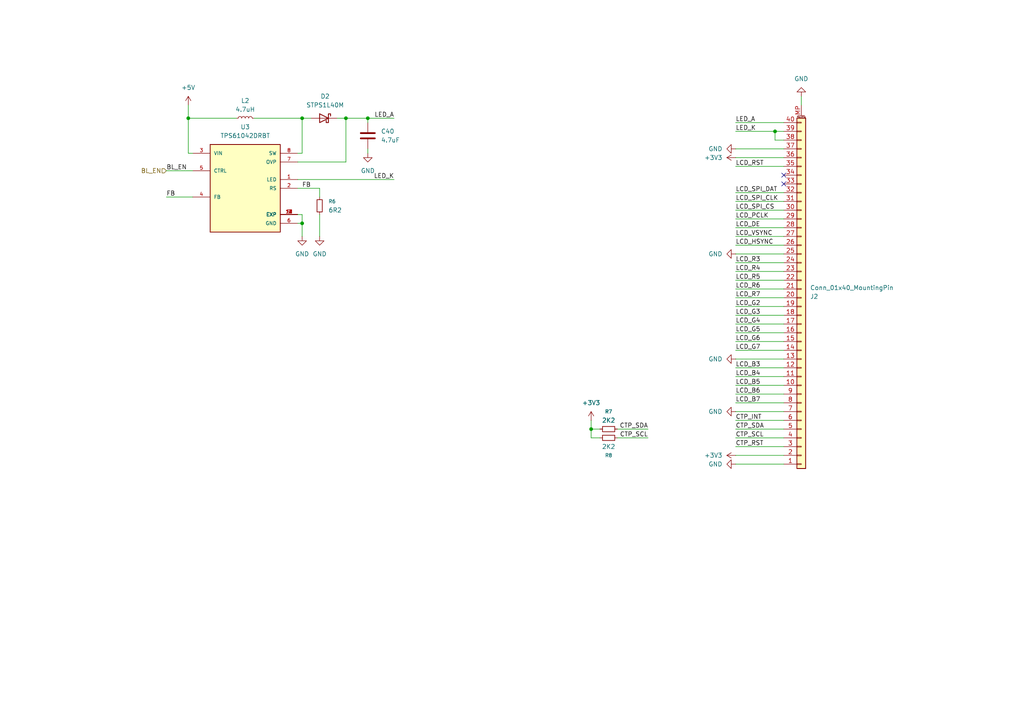
<source format=kicad_sch>
(kicad_sch (version 20250114) (generator "eeschema") (generator_version "9.0")
  (paper "A4")
  (lib_symbols
    (symbol "Connector_Generic_MountingPin:Conn_01x40_MountingPin" (pin_names (offset 1.016) (hide yes))
      (property "Reference" "J" (at 0 50.8 0))
      (property "Value" "Conn_01x40_MountingPin" (at 1.27 -53.34 0))
      (symbol "Conn_01x40_MountingPin_1_1"
        (rectangle (start -1.27 49.53) (end 1.27 -52.07) (stroke (width 0.254)) (fill (type background)))
        (rectangle (start -1.27 48.387) (end 0 48.133) (stroke (width 0.1524)))
        (rectangle (start -1.27 45.847) (end 0 45.593) (stroke (width 0.1524)))
        (rectangle (start -1.27 43.307) (end 0 43.053) (stroke (width 0.1524)))
        (rectangle (start -1.27 40.767) (end 0 40.513) (stroke (width 0.1524)))
        (rectangle (start -1.27 38.227) (end 0 37.973) (stroke (width 0.1524)))
        (rectangle (start -1.27 35.687) (end 0 35.433) (stroke (width 0.1524)))
        (rectangle (start -1.27 33.147) (end 0 32.893) (stroke (width 0.1524)))
        (rectangle (start -1.27 30.607) (end 0 30.353) (stroke (width 0.1524)))
        (rectangle (start -1.27 28.067) (end 0 27.813) (stroke (width 0.1524)))
        (rectangle (start -1.27 25.527) (end 0 25.273) (stroke (width 0.1524)))
        (rectangle (start -1.27 22.987) (end 0 22.733) (stroke (width 0.1524)))
        (rectangle (start -1.27 20.447) (end 0 20.193) (stroke (width 0.1524)))
        (rectangle (start -1.27 17.907) (end 0 17.653) (stroke (width 0.1524)))
        (rectangle (start -1.27 15.367) (end 0 15.113) (stroke (width 0.1524)))
        (rectangle (start -1.27 12.827) (end 0 12.573) (stroke (width 0.1524)))
        (rectangle (start -1.27 10.287) (end 0 10.033) (stroke (width 0.1524)))
        (rectangle (start -1.27 7.747) (end 0 7.493) (stroke (width 0.1524)))
        (rectangle (start -1.27 5.207) (end 0 4.953) (stroke (width 0.1524)))
        (rectangle (start -1.27 2.667) (end 0 2.413) (stroke (width 0.1524)))
        (rectangle (start -1.27 0.127) (end 0 -0.127) (stroke (width 0.1524)))
        (rectangle (start -1.27 -2.413) (end 0 -2.667) (stroke (width 0.1524)))
        (rectangle (start -1.27 -4.953) (end 0 -5.207) (stroke (width 0.1524)))
        (rectangle (start -1.27 -7.493) (end 0 -7.747) (stroke (width 0.1524)))
        (rectangle (start -1.27 -10.033) (end 0 -10.287) (stroke (width 0.1524)))
        (rectangle (start -1.27 -12.573) (end 0 -12.827) (stroke (width 0.1524)))
        (rectangle (start -1.27 -15.113) (end 0 -15.367) (stroke (width 0.1524)))
        (rectangle (start -1.27 -17.653) (end 0 -17.907) (stroke (width 0.1524)))
        (rectangle (start -1.27 -20.193) (end 0 -20.447) (stroke (width 0.1524)))
        (rectangle (start -1.27 -22.733) (end 0 -22.987) (stroke (width 0.1524)))
        (rectangle (start -1.27 -25.273) (end 0 -25.527) (stroke (width 0.1524)))
        (rectangle (start -1.27 -27.813) (end 0 -28.067) (stroke (width 0.1524)))
        (rectangle (start -1.27 -30.353) (end 0 -30.607) (stroke (width 0.1524)))
        (rectangle (start -1.27 -32.893) (end 0 -33.147) (stroke (width 0.1524)))
        (rectangle (start -1.27 -35.433) (end 0 -35.687) (stroke (width 0.1524)))
        (rectangle (start -1.27 -37.973) (end 0 -38.227) (stroke (width 0.1524)))
        (rectangle (start -1.27 -40.513) (end 0 -40.767) (stroke (width 0.1524)))
        (rectangle (start -1.27 -43.053) (end 0 -43.307) (stroke (width 0.1524)))
        (rectangle (start -1.27 -45.593) (end 0 -45.847) (stroke (width 0.1524)))
        (rectangle (start -1.27 -48.133) (end 0 -48.387) (stroke (width 0.1524)))
        (rectangle (start -1.27 -50.673) (end 0 -50.927) (stroke (width 0.1524)))
        (polyline (pts (xy -1.016 -52.832) (xy 1.016 -52.832)) (stroke (width 0.1524)))
        (text "Mounting" (at 0 -52.451 0) (effects (font (size 0.381 0.381))))
        (pin passive line (at -5.08 48.26 0) (length 3.81) (name "Pin_1") (number "1"))
        (pin passive line (at -5.08 45.72 0) (length 3.81) (name "Pin_2") (number "2"))
        (pin passive line (at -5.08 43.18 0) (length 3.81) (name "Pin_3") (number "3"))
        (pin passive line (at -5.08 40.64 0) (length 3.81) (name "Pin_4") (number "4"))
        (pin passive line (at -5.08 38.1 0) (length 3.81) (name "Pin_5") (number "5"))
        (pin passive line (at -5.08 35.56 0) (length 3.81) (name "Pin_6") (number "6"))
        (pin passive line (at -5.08 33.02 0) (length 3.81) (name "Pin_7") (number "7"))
        (pin passive line (at -5.08 30.48 0) (length 3.81) (name "Pin_8") (number "8"))
        (pin passive line (at -5.08 27.94 0) (length 3.81) (name "Pin_9") (number "9"))
        (pin passive line (at -5.08 25.4 0) (length 3.81) (name "Pin_10") (number "10"))
        (pin passive line (at -5.08 22.86 0) (length 3.81) (name "Pin_11") (number "11"))
        (pin passive line (at -5.08 20.32 0) (length 3.81) (name "Pin_12") (number "12"))
        (pin passive line (at -5.08 17.78 0) (length 3.81) (name "Pin_13") (number "13"))
        (pin passive line (at -5.08 15.24 0) (length 3.81) (name "Pin_14") (number "14"))
        (pin passive line (at -5.08 12.7 0) (length 3.81) (name "Pin_15") (number "15"))
        (pin passive line (at -5.08 10.16 0) (length 3.81) (name "Pin_16") (number "16"))
        (pin passive line (at -5.08 7.62 0) (length 3.81) (name "Pin_17") (number "17"))
        (pin passive line (at -5.08 5.08 0) (length 3.81) (name "Pin_18") (number "18"))
        (pin passive line (at -5.08 2.54 0) (length 3.81) (name "Pin_19") (number "19"))
        (pin passive line (at -5.08 0 0) (length 3.81) (name "Pin_20") (number "20"))
        (pin passive line (at -5.08 -2.54 0) (length 3.81) (name "Pin_21") (number "21"))
        (pin passive line (at -5.08 -5.08 0) (length 3.81) (name "Pin_22") (number "22"))
        (pin passive line (at -5.08 -7.62 0) (length 3.81) (name "Pin_23") (number "23"))
        (pin passive line (at -5.08 -10.16 0) (length 3.81) (name "Pin_24") (number "24"))
        (pin passive line (at -5.08 -12.7 0) (length 3.81) (name "Pin_25") (number "25"))
        (pin passive line (at -5.08 -15.24 0) (length 3.81) (name "Pin_26") (number "26"))
        (pin passive line (at -5.08 -17.78 0) (length 3.81) (name "Pin_27") (number "27"))
        (pin passive line (at -5.08 -20.32 0) (length 3.81) (name "Pin_28") (number "28"))
        (pin passive line (at -5.08 -22.86 0) (length 3.81) (name "Pin_29") (number "29"))
        (pin passive line (at -5.08 -25.4 0) (length 3.81) (name "Pin_30") (number "30"))
        (pin passive line (at -5.08 -27.94 0) (length 3.81) (name "Pin_31") (number "31"))
        (pin passive line (at -5.08 -30.48 0) (length 3.81) (name "Pin_32") (number "32"))
        (pin passive line (at -5.08 -33.02 0) (length 3.81) (name "Pin_33") (number "33"))
        (pin passive line (at -5.08 -35.56 0) (length 3.81) (name "Pin_34") (number "34"))
        (pin passive line (at -5.08 -38.1 0) (length 3.81) (name "Pin_35") (number "35"))
        (pin passive line (at -5.08 -40.64 0) (length 3.81) (name "Pin_36") (number "36"))
        (pin passive line (at -5.08 -43.18 0) (length 3.81) (name "Pin_37") (number "37"))
        (pin passive line (at -5.08 -45.72 0) (length 3.81) (name "Pin_38") (number "38"))
        (pin passive line (at -5.08 -48.26 0) (length 3.81) (name "Pin_39") (number "39"))
        (pin passive line (at -5.08 -50.8 0) (length 3.81) (name "Pin_40") (number "40"))
        (pin passive line (at 0 -55.88 90) (length 3.048) (name "MountPin") (number "MP"))
      )
    )
    (symbol "Device:C" (pin_numbers (hide yes)) (pin_names (offset 0.254))
      (property "Reference" "C" (at 0.635 2.54 0))
      (property "Value" "C" (at 0.635 -2.54 0))
      (symbol "C_0_1"
        (polyline (pts (xy -2.032 0.762) (xy 2.032 0.762)) (stroke (width 0.508)))
        (polyline (pts (xy -2.032 -0.762) (xy 2.032 -0.762)) (stroke (width 0.508)))
      )
      (symbol "C_1_1"
        (pin passive line (at 0 3.81 270) (length 2.794) (name "~") (number "1"))
        (pin passive line (at 0 -3.81 90) (length 2.794) (name "~") (number "2"))
      )
    )
    (symbol "Device:D_Schottky" (pin_numbers (hide yes)) (pin_names (offset 1.016) (hide yes))
      (property "Reference" "D" (at 0 2.54 0))
      (property "Value" "D_Schottky" (at 0 -2.54 0))
      (symbol "D_Schottky_0_1"
        (polyline (pts (xy -1.905 0.635) (xy -1.905 1.27) (xy -1.27 1.27) (xy -1.27 -1.27) (xy -0.635 -1.27) (xy -0.635 -0.635)) (stroke (width 0.254)))
        (polyline (pts (xy 1.27 1.27) (xy 1.27 -1.27) (xy -1.27 0) (xy 1.27 1.27)) (stroke (width 0.254)))
        (polyline (pts (xy 1.27 0) (xy -1.27 0)))
      )
      (symbol "D_Schottky_1_1"
        (pin passive line (at -3.81 0 0) (length 2.54) (name "K") (number "1"))
        (pin passive line (at 3.81 0 180) (length 2.54) (name "A") (number "2"))
      )
    )
    (symbol "Device:L_Small" (pin_numbers (hide yes)) (pin_names (offset 0.254) (hide yes))
      (property "Reference" "L" (at 0.762 1.016 0))
      (property "Value" "L_Small" (at 0.762 -1.016 0))
      (symbol "L_Small_0_1"
        (arc (start 0 2.032) (mid 0.5058 1.524) (end 0 1.016))
        (arc (start 0 1.016) (mid 0.5058 0.508) (end 0 0))
        (arc (start 0 0) (mid 0.5058 -0.508) (end 0 -1.016))
        (arc (start 0 -1.016) (mid 0.5058 -1.524) (end 0 -2.032))
      )
      (symbol "L_Small_1_1"
        (pin passive line (at 0 2.54 270) (length 0.508) (name "~") (number "1"))
        (pin passive line (at 0 -2.54 90) (length 0.508) (name "~") (number "2"))
      )
    )
    (symbol "Device:R_Small" (pin_numbers (hide yes)) (pin_names (offset 0.254) (hide yes))
      (property "Reference" "R" (at 0 0 90))
      (property "Value" "R_Small" (at 1.778 0 90))
      (symbol "R_Small_0_1"
        (rectangle (start -0.762 1.778) (end 0.762 -1.778) (stroke (width 0.2032)))
      )
      (symbol "R_Small_1_1"
        (pin passive line (at 0 2.54 270) (length 0.762) (name "~") (number "1"))
        (pin passive line (at 0 -2.54 90) (length 0.762) (name "~") (number "2"))
      )
    )
    (symbol "TPS61042DRBT:TPS61042DRBT" (pin_names (offset 1.016))
      (property "Reference" "U" (at -10.16 13.7 0))
      (property "Value" "TPS61042DRBT" (at -10.16 -15.43 0))
      (symbol "TPS61042DRBT_0_0"
        (rectangle (start -10.16 -12.7) (end 10.16 12.7) (stroke (width 0.254)) (fill (type background)))
        (pin power_in line (at -15.24 10.16 0) (length 5.08) (name "VIN") (number "3"))
        (pin input line (at -15.24 5.08 0) (length 5.08) (name "CTRL") (number "5"))
        (pin input line (at -15.24 -2.54 0) (length 5.08) (name "FB") (number "4"))
        (pin input line (at 15.24 10.16 180) (length 5.08) (name "SW") (number "8"))
        (pin input line (at 15.24 7.62 180) (length 5.08) (name "OVP") (number "7"))
        (pin input line (at 15.24 2.54 180) (length 5.08) (name "LED") (number "1"))
        (pin output line (at 15.24 0 180) (length 5.08) (name "RS") (number "2"))
        (pin power_in line (at 15.24 -7.62 180) (length 5.08) (name "EXP") (number "10"))
        (pin power_in line (at 15.24 -7.62 180) (length 5.08) (name "EXP") (number "11"))
        (pin power_in line (at 15.24 -7.62 180) (length 5.08) (name "EXP") (number "12"))
        (pin power_in line (at 15.24 -7.62 180) (length 5.08) (name "EXP") (number "13"))
        (pin power_in line (at 15.24 -7.62 180) (length 5.08) (name "EXP") (number "9"))
        (pin power_in line (at 15.24 -10.16 180) (length 5.08) (name "GND") (number "6"))
      )
    )
    (symbol "power:+3V3" (power) (pin_numbers (hide yes)) (pin_names (offset 0) (hide yes))
      (property "Value" "+3V3" (at 0 3.556 0))
      (symbol "+3V3_0_1"
        (polyline (pts (xy -0.762 1.27) (xy 0 2.54)))
        (polyline (pts (xy 0 2.54) (xy 0.762 1.27)))
        (polyline (pts (xy 0 0) (xy 0 2.54)))
      )
      (symbol "+3V3_1_1"
        (pin power_in line (at 0 0 90) (length 0) (name "~") (number "1"))
      )
    )
    (symbol "power:+5V" (power) (pin_numbers (hide yes)) (pin_names (offset 0) (hide yes))
      (property "Value" "+5V" (at 0 3.556 0))
      (symbol "+5V_0_1"
        (polyline (pts (xy -0.762 1.27) (xy 0 2.54)))
        (polyline (pts (xy 0 2.54) (xy 0.762 1.27)))
        (polyline (pts (xy 0 0) (xy 0 2.54)))
      )
      (symbol "+5V_1_1"
        (pin power_in line (at 0 0 90) (length 0) (name "~") (number "1"))
      )
    )
    (symbol "power:GND" (power) (pin_numbers (hide yes)) (pin_names (offset 0) (hide yes))
      (property "Value" "GND" (at 0 -3.81 0))
      (symbol "GND_0_1"
        (polyline (pts (xy 0 0) (xy 0 -1.27) (xy 1.27 -1.27) (xy 0 -2.54) (xy -1.27 -1.27) (xy 0 -1.27)))
      )
      (symbol "GND_1_1"
        (pin power_in line (at 0 0 270) (length 0) (name "~") (number "1"))
      )
    )
  )
  (junction (at 224.79 38.1))
  (junction (at 106.68 34.29))
  (junction (at 87.63 34.29))
  (junction (at 87.63 64.77))
  (junction (at 54.61 34.29))
  (junction (at 171.45 124.46))
  (junction (at 100.33 34.29))
  (no_connect (at 227.33 53.34))
  (no_connect (at 227.33 50.8))
  (wire (pts (xy 213.36 91.44) (xy 227.33 91.44)))
  (wire (pts (xy 106.68 44.45) (xy 106.68 43.18)))
  (wire (pts (xy 100.33 46.99) (xy 100.33 34.29)))
  (wire (pts (xy 213.36 35.56) (xy 227.33 35.56)))
  (wire (pts (xy 92.71 68.58) (xy 92.71 62.23)))
  (wire (pts (xy 54.61 34.29) (xy 54.61 44.45)))
  (wire (pts (xy 213.36 93.98) (xy 227.33 93.98)))
  (wire (pts (xy 213.36 43.18) (xy 227.33 43.18)))
  (wire (pts (xy 213.36 127) (xy 227.33 127)))
  (wire (pts (xy 48.26 57.15) (xy 55.88 57.15)))
  (wire (pts (xy 86.36 54.61) (xy 92.71 54.61)))
  (wire (pts (xy 213.36 48.26) (xy 227.33 48.26)))
  (wire (pts (xy 87.63 34.29) (xy 90.17 34.29)))
  (wire (pts (xy 213.36 96.52) (xy 227.33 96.52)))
  (wire (pts (xy 187.96 124.46) (xy 179.07 124.46)))
  (wire (pts (xy 213.36 78.74) (xy 227.33 78.74)))
  (wire (pts (xy 213.36 55.88) (xy 227.33 55.88)))
  (wire (pts (xy 106.68 34.29) (xy 114.3 34.29)))
  (wire (pts (xy 213.36 116.84) (xy 227.33 116.84)))
  (wire (pts (xy 213.36 101.6) (xy 227.33 101.6)))
  (wire (pts (xy 87.63 34.29) (xy 87.63 44.45)))
  (wire (pts (xy 86.36 52.07) (xy 114.3 52.07)))
  (wire (pts (xy 213.36 124.46) (xy 227.33 124.46)))
  (wire (pts (xy 171.45 124.46) (xy 171.45 127)))
  (wire (pts (xy 213.36 60.96) (xy 227.33 60.96)))
  (wire (pts (xy 106.68 35.56) (xy 106.68 34.29)))
  (wire (pts (xy 213.36 66.04) (xy 227.33 66.04)))
  (wire (pts (xy 68.58 34.29) (xy 54.61 34.29)))
  (wire (pts (xy 213.36 134.62) (xy 227.33 134.62)))
  (wire (pts (xy 213.36 68.58) (xy 227.33 68.58)))
  (wire (pts (xy 86.36 64.77) (xy 87.63 64.77)))
  (wire (pts (xy 171.45 124.46) (xy 173.99 124.46)))
  (wire (pts (xy 213.36 114.3) (xy 227.33 114.3)))
  (wire (pts (xy 213.36 73.66) (xy 227.33 73.66)))
  (wire (pts (xy 73.66 34.29) (xy 87.63 34.29)))
  (wire (pts (xy 213.36 71.12) (xy 227.33 71.12)))
  (wire (pts (xy 213.36 38.1) (xy 224.79 38.1)))
  (wire (pts (xy 87.63 44.45) (xy 86.36 44.45)))
  (wire (pts (xy 213.36 88.9) (xy 227.33 88.9)))
  (wire (pts (xy 213.36 58.42) (xy 227.33 58.42)))
  (wire (pts (xy 86.36 62.23) (xy 87.63 62.23)))
  (wire (pts (xy 232.41 27.94) (xy 232.41 30.48)))
  (wire (pts (xy 213.36 132.08) (xy 227.33 132.08)))
  (wire (pts (xy 213.36 81.28) (xy 227.33 81.28)))
  (wire (pts (xy 213.36 129.54) (xy 227.33 129.54)))
  (wire (pts (xy 54.61 44.45) (xy 55.88 44.45)))
  (wire (pts (xy 106.68 34.29) (xy 100.33 34.29)))
  (wire (pts (xy 48.26 49.53) (xy 55.88 49.53)))
  (wire (pts (xy 100.33 34.29) (xy 97.79 34.29)))
  (wire (pts (xy 213.36 86.36) (xy 227.33 86.36)))
  (wire (pts (xy 227.33 40.64) (xy 224.79 40.64)))
  (wire (pts (xy 224.79 38.1) (xy 227.33 38.1)))
  (wire (pts (xy 187.96 127) (xy 179.07 127)))
  (wire (pts (xy 213.36 76.2) (xy 227.33 76.2)))
  (wire (pts (xy 213.36 45.72) (xy 227.33 45.72)))
  (wire (pts (xy 213.36 99.06) (xy 227.33 99.06)))
  (wire (pts (xy 86.36 46.99) (xy 100.33 46.99)))
  (wire (pts (xy 213.36 109.22) (xy 227.33 109.22)))
  (wire (pts (xy 87.63 62.23) (xy 87.63 64.77)))
  (wire (pts (xy 213.36 63.5) (xy 227.33 63.5)))
  (wire (pts (xy 213.36 106.68) (xy 227.33 106.68)))
  (wire (pts (xy 213.36 104.14) (xy 227.33 104.14)))
  (wire (pts (xy 213.36 119.38) (xy 227.33 119.38)))
  (wire (pts (xy 87.63 64.77) (xy 87.63 68.58)))
  (wire (pts (xy 213.36 121.92) (xy 227.33 121.92)))
  (wire (pts (xy 171.45 127) (xy 173.99 127)))
  (wire (pts (xy 213.36 83.82) (xy 227.33 83.82)))
  (wire (pts (xy 171.45 121.92) (xy 171.45 124.46)))
  (wire (pts (xy 224.79 40.64) (xy 224.79 38.1)))
  (wire (pts (xy 54.61 30.48) (xy 54.61 34.29)))
  (wire (pts (xy 213.36 111.76) (xy 227.33 111.76)))
  (wire (pts (xy 92.71 57.15) (xy 92.71 54.61)))
  (label "LED_K" (at 213.36 38.1 0))
  (label "LCD_G5" (at 213.36 96.52 0))
  (label "LCD_R6" (at 213.36 83.82 0))
  (label "LCD_PCLK" (at 213.36 63.5 0))
  (label "CTP_SDA" (at 213.36 124.46 0))
  (label "CTP_SCL" (at 213.36 127 0))
  (label "FB" (at 48.26 57.15 0))
  (label "LCD_SPI_CLK" (at 213.36 58.42 0))
  (label "LED_A" (at 114.3 34.29 180))
  (label "FB" (at 90.17 54.61 180))
  (label "CTP_RST" (at 213.36 129.54 0))
  (label "LCD_R7" (at 213.36 86.36 0))
  (label "LCD_G2" (at 213.36 88.9 0))
  (label "CTP_SCL" (at 187.96 127 180))
  (label "LCD_G6" (at 213.36 99.06 0))
  (label "LCD_SPI_DAT" (at 213.36 55.88 0))
  (label "LCD_SPI_CS" (at 213.36 60.96 0))
  (label "LCD_RST" (at 213.36 48.26 0))
  (label "LCD_G3" (at 213.36 91.44 0))
  (label "LCD_R5" (at 213.36 81.28 0))
  (label "LCD_R4" (at 213.36 78.74 0))
  (label "LCD_DE" (at 213.36 66.04 0))
  (label "LCD_B3" (at 213.36 106.68 0))
  (label "LCD_B4" (at 213.36 109.22 0))
  (label "LCD_G4" (at 213.36 93.98 0))
  (label "LCD_VSYNC" (at 213.36 68.58 0))
  (label "LCD_B7" (at 213.36 116.84 0))
  (label "CTP_INT" (at 213.36 121.92 0))
  (label "LCD_G7" (at 213.36 101.6 0))
  (label "LED_A" (at 213.36 35.56 0))
  (label "CTP_SDA" (at 187.96 124.46 180))
  (label "LED_K" (at 114.3 52.07 180))
  (label "LCD_HSYNC" (at 213.36 71.12 0))
  (label "LCD_R3" (at 213.36 76.2 0))
  (label "BL_EN" (at 48.26 49.53 0))
  (label "LCD_B6" (at 213.36 114.3 0))
  (label "LCD_B5" (at 213.36 111.76 0))
  (hierarchical_label "BL_EN" (shape input) (at 48.26 49.53 180))
  (symbol (lib_id "power:+5V") (at 54.61 30.48 0) (unit 1)
    (property "Reference" "#PWR060" (effects (hide yes)))
    (property "Value" "+5V" (at 54.61 25.4 0))
    (property "Description" "Power symbol creates a global label with name \"+5V\"" (effects (hide yes)))
  )
  (symbol (lib_id "power:GND") (at 213.36 73.66 270) (unit 1)
    (property "Reference" "#PWR068" (effects (hide yes)))
    (property "Value" "GND" (at 209.55 73.6599 90) (effects (justify right)))
    (property "Description" "Power symbol creates a global label with name \"GND\" , ground" (effects (hide yes)))
  )
  (symbol (lib_id "power:GND") (at 213.36 119.38 270) (unit 1)
    (property "Reference" "#PWR066" (effects (hide yes)))
    (property "Value" "GND" (at 209.55 119.3799 90) (effects (justify right)))
    (property "Description" "Power symbol creates a global label with name \"GND\" , ground" (effects (hide yes)))
  )
  (symbol (lib_id "power:GND") (at 232.41 27.94 180) (unit 1)
    (property "Reference" "#PWR062" (effects (hide yes)))
    (property "Value" "GND" (at 232.41 22.86 0))
    (property "Description" "Power symbol creates a global label with name \"GND\" , ground" (effects (hide yes)))
  )
  (symbol (lib_id "Connector_Generic_MountingPin:Conn_01x40_MountingPin") (at 232.41 86.36 0) (mirror x) (unit 1)
    (property "Reference" "J2" (at 234.95 86.0045 0) (effects (justify left)))
    (property "Value" "Conn_01x40_MountingPin" (at 234.95 83.4645 0) (effects (justify left)))
    (property "Description" "Generic connectable mounting pin connector, single row, 01x40, script generated (kicad-library-utils/schlib/autogen/connector/)" (effects (hide yes)))
  )
  (symbol (lib_id "Device:L_Small") (at 71.12 34.29 90) (unit 1)
    (property "Reference" "L2" (at 71.12 29.21 90))
    (property "Value" "4.7uH" (at 71.12 31.75 90))
    (property "Description" "Inductor, small symbol" (effects (hide yes)))
  )
  (symbol (lib_id "power:GND") (at 213.36 43.18 270) (unit 1)
    (property "Reference" "#PWR063" (effects (hide yes)))
    (property "Value" "GND" (at 209.55 43.1799 90) (effects (justify right)))
    (property "Description" "Power symbol creates a global label with name \"GND\" , ground" (effects (hide yes)))
  )
  (symbol (lib_id "TPS61042DRBT:TPS61042DRBT") (at 71.12 54.61 0) (unit 1)
    (property "Reference" "U3" (at 71.12 36.83 0))
    (property "Value" "TPS61042DRBT" (at 71.12 39.37 0))
    (property "Footprint" "TPS61042DRBT:IC_DRV8601DRBT" (effects (hide yes)))
    (property "MF" "Texas Instruments" (effects (hide yes)))
    (property "Description_1" "30-V, 500-mA switch boost converter in QFN-8 for white LED applications" (effects (hide yes)))
    (property "Package" "VSON-8 Texas Instruments" (effects (hide yes)))
    (property "Price" "None" (effects (hide yes)))
    (property "Check_prices" "https://www.snapeda.com/parts/TPS61042DRBT/Texas+Instruments/view-part/?ref=eda" (effects (hide yes)))
    (property "MAXIMUM_PACKAGE_HIEGHT" "1mm" (effects (hide yes)))
    (property "STANDARD" "Manufacturer Recommendations" (effects (hide yes)))
    (property "PARTREV" "D" (effects (hide yes)))
    (property "SnapEDA_Link" "https://www.snapeda.com/parts/TPS61042DRBT/Texas+Instruments/view-part/?ref=snap" (effects (hide yes)))
    (property "MP" "TPS61042DRBT" (effects (hide yes)))
    (property "Availability" "In Stock" (effects (hide yes)))
    (property "MANUFACTURER" "Texas Instruments" (effects (hide yes)))
  )
  (symbol (lib_id "power:GND") (at 213.36 104.14 270) (unit 1)
    (property "Reference" "#PWR067" (effects (hide yes)))
    (property "Value" "GND" (at 209.55 104.1399 90) (effects (justify right)))
    (property "Description" "Power symbol creates a global label with name \"GND\" , ground" (effects (hide yes)))
  )
  (symbol (lib_id "Device:R_Small") (at 176.53 127 90) (mirror x) (unit 1)
    (property "Reference" "R8" (at 176.53 132.08 90) (effects (font (size 1.016 1.016))))
    (property "Value" "2K2" (at 176.53 129.54 90))
    (property "Description" "Resistor, small symbol" (effects (hide yes)))
  )
  (symbol (lib_id "Device:D_Schottky") (at 93.98 34.29 0) (mirror y) (unit 1)
    (property "Reference" "D2" (at 94.2975 27.94 0))
    (property "Value" "STPS1L40M" (at 94.2975 30.48 0))
    (property "Description" "Schottky diode" (effects (hide yes)))
  )
  (symbol (lib_id "power:+3V3") (at 213.36 45.72 90) (unit 1)
    (property "Reference" "#PWR064" (effects (hide yes)))
    (property "Value" "+3V3" (at 209.55 45.7199 90) (effects (justify left)))
    (property "Description" "Power symbol creates a global label with name \"+3V3\"" (effects (hide yes)))
  )
  (symbol (lib_id "Device:R_Small") (at 92.71 59.69 0) (unit 1)
    (property "Reference" "R6" (at 95.25 58.4199 0) (effects (font (size 1.016 1.016)) (justify left)))
    (property "Value" "6R2" (at 95.25 60.9599 0) (effects (justify left)))
    (property "Description" "Resistor, small symbol" (effects (hide yes)))
  )
  (symbol (lib_id "Device:C") (at 106.68 39.37 0) (unit 1)
    (property "Reference" "C40" (at 110.49 38.0999 0) (effects (justify left)))
    (property "Value" "4.7uF" (at 110.49 40.6399 0) (effects (justify left)))
    (property "Description" "Unpolarized capacitor" (effects (hide yes)))
  )
  (symbol (lib_id "power:+3V3") (at 171.45 121.92 0) (unit 1)
    (property "Reference" "#PWR070" (effects (hide yes)))
    (property "Value" "+3V3" (at 171.45 116.84 0))
    (property "Description" "Power symbol creates a global label with name \"+3V3\"" (effects (hide yes)))
  )
  (symbol (lib_id "power:GND") (at 92.71 68.58 0) (unit 1)
    (property "Reference" "#PWR059" (effects (hide yes)))
    (property "Value" "GND" (at 92.71 73.66 0))
    (property "Description" "Power symbol creates a global label with name \"GND\" , ground" (effects (hide yes)))
  )
  (symbol (lib_id "power:+3V3") (at 213.36 132.08 90) (unit 1)
    (property "Reference" "#PWR069" (effects (hide yes)))
    (property "Value" "+3V3" (at 209.55 132.0799 90) (effects (justify left)))
    (property "Description" "Power symbol creates a global label with name \"+3V3\"" (effects (hide yes)))
  )
  (symbol (lib_id "power:GND") (at 87.63 68.58 0) (unit 1)
    (property "Reference" "#PWR061" (effects (hide yes)))
    (property "Value" "GND" (at 87.63 73.66 0))
    (property "Description" "Power symbol creates a global label with name \"GND\" , ground" (effects (hide yes)))
  )
  (symbol (lib_id "power:GND") (at 213.36 134.62 270) (unit 1)
    (property "Reference" "#PWR065" (effects (hide yes)))
    (property "Value" "GND" (at 209.55 134.6199 90) (effects (justify right)))
    (property "Description" "Power symbol creates a global label with name \"GND\" , ground" (effects (hide yes)))
  )
  (symbol (lib_id "Device:R_Small") (at 176.53 124.46 90) (unit 1)
    (property "Reference" "R7" (at 176.53 119.38 90) (effects (font (size 1.016 1.016))))
    (property "Value" "2K2" (at 176.53 121.92 90))
    (property "Description" "Resistor, small symbol" (effects (hide yes)))
  )
  (symbol (lib_id "power:GND") (at 106.68 44.45 0) (unit 1)
    (property "Reference" "#PWR058" (effects (hide yes)))
    (property "Value" "GND" (at 106.68 49.53 0))
    (property "Description" "Power symbol creates a global label with name \"GND\" , ground" (effects (hide yes)))
  )
)
</source>
